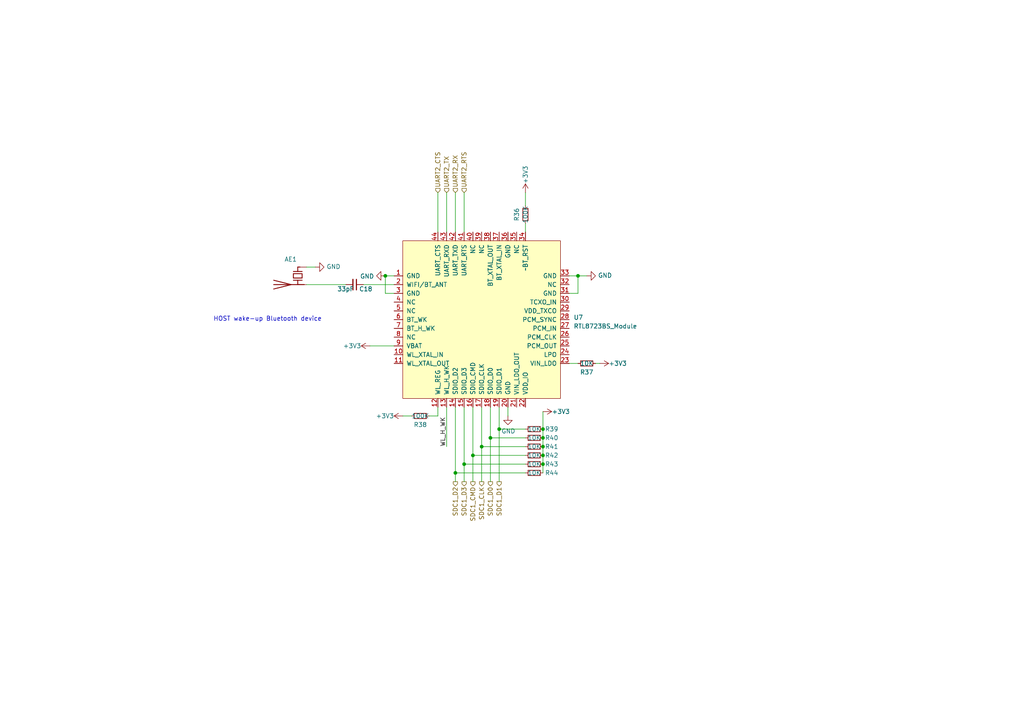
<source format=kicad_sch>
(kicad_sch (version 20210606) (generator eeschema)
  (paper "A4")
  (lib_symbols
    (symbol "Device:Antenna_Chip" (pin_numbers hide) (pin_names (offset 1.016) hide)
      (property "Reference" "AE" (at 0 5.08 0))
      (property "Value" "Antenna_Chip" (at 0 3.175 0))
      (symbol "Antenna_Chip_0_1"
        (polyline (pts (xy -2.54 0) (xy -2.54 -0.635)) (stroke (width 0.254)))
        (polyline (pts (xy -2.54 0) (xy -1.27 0)) (stroke (width 0.254)))
        (polyline (pts (xy 1.27 0) (xy 2.54 0)) (stroke (width 0.254)))
        (polyline (pts (xy 1.27 1.27) (xy 1.27 -1.27)) (stroke (width 0.254)))
        (polyline (pts (xy 2.54 -0.635) (xy 2.54 0)))
        (polyline (pts (xy 2.54 6.985) (xy 2.54 -1.905)) (stroke (width 0.254)))
        (polyline (pts (xy -1.27 1.27) (xy -1.27 -1.27) (xy -1.27 0)) (stroke (width 0.254)))
        (polyline (pts (xy 3.81 6.985) (xy 2.54 1.905) (xy 1.27 6.985)) (stroke (width 0.254)))
        (polyline (pts (xy -0.635 1.27) (xy 0.635 1.27) (xy 0.635 -1.27) (xy -0.635 -1.27) (xy -0.635 1.27)) (stroke (width 0.254)))
      )
      (symbol "Antenna_Chip_1_1"
        (pin input line (at -2.54 -2.54 90) (length 2.54) (name "FEED") (number "1"))
        (pin passive line (at 2.54 -2.54 90) (length 2.54) (name "PCB_Trace") (number "2"))
      )
    )
    (symbol "Device:C_Small" (pin_numbers hide) (pin_names (offset 0.254) hide)
      (property "Reference" "C" (at 0.254 1.778 0))
      (property "Value" "C_Small" (at 0.254 -2.032 0))
      (symbol "C_Small_0_1"
        (polyline (pts (xy -1.524 -0.508) (xy 1.524 -0.508)) (stroke (width 0.3302)))
        (polyline (pts (xy -1.524 0.508) (xy 1.524 0.508)) (stroke (width 0.3048)))
      )
      (symbol "C_Small_1_1"
        (pin passive line (at 0 2.54 270) (length 2.032) (name "~") (number "1"))
        (pin passive line (at 0 -2.54 90) (length 2.032) (name "~") (number "2"))
      )
    )
    (symbol "Device:R_Small" (pin_numbers hide) (pin_names (offset 0.254) hide)
      (property "Reference" "R" (at 0.762 0.508 0))
      (property "Value" "R_Small" (at 0.762 -1.016 0))
      (symbol "R_Small_0_1"
        (rectangle (start -0.762 1.778) (end 0.762 -1.778) (stroke (width 0.2032)))
      )
      (symbol "R_Small_1_1"
        (pin passive line (at 0 2.54 270) (length 0.762) (name "~") (number "1"))
        (pin passive line (at 0 -2.54 90) (length 0.762) (name "~") (number "2"))
      )
    )
    (symbol "power:+3V3" (power) (pin_names (offset 0))
      (property "Value" "+3V3" (at 0 3.556 0))
      (symbol "+3V3_0_1"
        (polyline (pts (xy -0.762 1.27) (xy 0 2.54)))
        (polyline (pts (xy 0 0) (xy 0 2.54)))
        (polyline (pts (xy 0 2.54) (xy 0.762 1.27)))
      )
      (symbol "+3V3_1_1"
        (pin power_in line (at 0 0 90) (length 0) hide (name "+3V3") (number "1"))
      )
    )
    (symbol "power:GND" (power) (pin_names (offset 0))
      (property "Value" "GND" (at 0 -3.81 0))
      (symbol "GND_0_1"
        (polyline (pts (xy 0 0) (xy 0 -1.27) (xy 1.27 -1.27) (xy 0 -2.54) (xy -1.27 -1.27) (xy 0 -1.27)))
      )
      (symbol "GND_1_1"
        (pin power_in line (at 0 0 270) (length 0) hide (name "GND") (number "1"))
      )
    )
    (symbol "weather_station-rescue:RTL8723BS_Module-My_Symbol" (pin_names (offset 1.016))
      (property "Reference" "U" (at 0 2.54 0))
      (property "Value" "RTL8723BS_Module-My_Symbol" (at 0 -1.27 0))
      (symbol "RTL8723BS_Module-My_Symbol_0_1"
        (rectangle (start -22.86 22.86) (end 22.86 -22.86) (fill (type background)))
      )
      (symbol "RTL8723BS_Module-My_Symbol_1_1"
        (pin input line (at -25.4 12.7 0) (length 2.54) (name "GND") (number "1"))
        (pin input line (at -25.4 -10.16 0) (length 2.54) (name "WL_XTAL_IN") (number "10"))
        (pin input line (at -25.4 -12.7 0) (length 2.54) (name "WL_XTAL_OUT") (number "11"))
        (pin input line (at -12.7 -25.4 90) (length 2.54) (name "WL_REG") (number "12"))
        (pin input line (at -10.16 -25.4 90) (length 2.54) (name "WL_H_WK") (number "13"))
        (pin input line (at -7.62 -25.4 90) (length 2.54) (name "SDIO_D2") (number "14"))
        (pin input line (at -5.08 -25.4 90) (length 2.54) (name "SDIO_D3") (number "15"))
        (pin input line (at -2.54 -25.4 90) (length 2.54) (name "SDIO_CMD") (number "16"))
        (pin input line (at 0 -25.4 90) (length 2.54) (name "SDIO_CLK") (number "17"))
        (pin input line (at 2.54 -25.4 90) (length 2.54) (name "SDIO_D0") (number "18"))
        (pin input line (at 5.08 -25.4 90) (length 2.54) (name "SDIO_D1") (number "19"))
        (pin input line (at -25.4 10.16 0) (length 2.54) (name "WIFI/BT_ANT") (number "2"))
        (pin input line (at 7.62 -25.4 90) (length 2.54) (name "GND") (number "20"))
        (pin input line (at 10.16 -25.4 90) (length 2.54) (name "VIN_LDO_OUT") (number "21"))
        (pin input line (at 12.7 -25.4 90) (length 2.54) (name "VDD_IO") (number "22"))
        (pin input line (at 25.4 -12.7 180) (length 2.54) (name "VIN_LDO") (number "23"))
        (pin input line (at 25.4 -10.16 180) (length 2.54) (name "LPO") (number "24"))
        (pin input line (at 25.4 -7.62 180) (length 2.54) (name "PCM_OUT") (number "25"))
        (pin input line (at 25.4 -5.08 180) (length 2.54) (name "PCM_CLK") (number "26"))
        (pin input line (at 25.4 -2.54 180) (length 2.54) (name "PCM_IN") (number "27"))
        (pin input line (at 25.4 0 180) (length 2.54) (name "PCM_SYNC") (number "28"))
        (pin input line (at 25.4 2.54 180) (length 2.54) (name "VDD_TXCO") (number "29"))
        (pin input line (at -25.4 7.62 0) (length 2.54) (name "GND") (number "3"))
        (pin input line (at 25.4 5.08 180) (length 2.54) (name "TCXO_IN") (number "30"))
        (pin input line (at 25.4 7.62 180) (length 2.54) (name "GND") (number "31"))
        (pin input line (at 25.4 10.16 180) (length 2.54) (name "NC") (number "32"))
        (pin input line (at 25.4 12.7 180) (length 2.54) (name "GND") (number "33"))
        (pin input line (at 12.7 25.4 270) (length 2.54) (name "~BT_RST") (number "34"))
        (pin input line (at 10.16 25.4 270) (length 2.54) (name "NC") (number "35"))
        (pin input line (at 7.62 25.4 270) (length 2.54) (name "GND") (number "36"))
        (pin input line (at 5.08 25.4 270) (length 2.54) (name "BT_XTAL_IN") (number "37"))
        (pin input line (at 2.54 25.4 270) (length 2.54) (name "BT_XTAL_OUT") (number "38"))
        (pin input line (at 0 25.4 270) (length 2.54) (name "NC") (number "39"))
        (pin input line (at -25.4 5.08 0) (length 2.54) (name "NC") (number "4"))
        (pin input line (at -2.54 25.4 270) (length 2.54) (name "NC") (number "40"))
        (pin input line (at -5.08 25.4 270) (length 2.54) (name "UART_RTS") (number "41"))
        (pin input line (at -7.62 25.4 270) (length 2.54) (name "UART_TXD") (number "42"))
        (pin input line (at -10.16 25.4 270) (length 2.54) (name "UART_RXD") (number "43"))
        (pin input line (at -12.7 25.4 270) (length 2.54) (name "UART_CTS") (number "44"))
        (pin input line (at -25.4 2.54 0) (length 2.54) (name "NC") (number "5"))
        (pin input line (at -25.4 0 0) (length 2.54) (name "BT_WK") (number "6"))
        (pin input line (at -25.4 -2.54 0) (length 2.54) (name "BT_H_WK") (number "7"))
        (pin input line (at -25.4 -5.08 0) (length 2.54) (name "NC") (number "8"))
        (pin input line (at -25.4 -7.62 0) (length 2.54) (name "VBAT") (number "9"))
      )
    )
  )
  (junction (at 111.76 80.01) (diameter 0.9144))
  (junction (at 132.08 137.16) (diameter 0.9144))
  (junction (at 134.62 134.62) (diameter 0.9144))
  (junction (at 137.16 132.08) (diameter 0.9144))
  (junction (at 139.7 129.54) (diameter 0.9144))
  (junction (at 142.24 127) (diameter 0.9144))
  (junction (at 144.78 124.46) (diameter 0.9144))
  (junction (at 157.48 124.46) (diameter 0.9144))
  (junction (at 157.48 127) (diameter 0.9144))
  (junction (at 157.48 129.54) (diameter 0.9144))
  (junction (at 157.48 132.08) (diameter 0.9144))
  (junction (at 157.48 134.62) (diameter 0.9144))
  (junction (at 167.64 80.01) (diameter 0.9144))
  (wire (pts (xy 88.9 77.47) (xy 91.44 77.47)))
  (wire (pts (xy 88.9 82.55) (xy 100.33 82.55)))
  (wire (pts (xy 107.315 100.33) (xy 114.3 100.33)))
  (wire (pts (xy 111.76 80.01) (xy 111.76 85.09)))
  (wire (pts (xy 111.76 85.09) (xy 114.3 85.09)))
  (wire (pts (xy 114.3 80.01) (xy 111.76 80.01)))
  (wire (pts (xy 114.3 82.55) (xy 105.41 82.55)))
  (wire (pts (xy 116.84 120.65) (xy 119.38 120.65)))
  (wire (pts (xy 124.46 120.65) (xy 127 120.65)))
  (wire (pts (xy 127 55.88) (xy 127 67.31)))
  (wire (pts (xy 127 120.65) (xy 127 118.11)))
  (wire (pts (xy 129.54 55.88) (xy 129.54 67.31)))
  (wire (pts (xy 129.54 129.54) (xy 129.54 118.11)))
  (wire (pts (xy 132.08 55.88) (xy 132.08 67.31)))
  (wire (pts (xy 132.08 137.16) (xy 132.08 118.11)))
  (wire (pts (xy 132.08 137.16) (xy 152.4 137.16)))
  (wire (pts (xy 132.08 139.7) (xy 132.08 137.16)))
  (wire (pts (xy 134.62 55.88) (xy 134.62 67.31)))
  (wire (pts (xy 134.62 134.62) (xy 134.62 118.11)))
  (wire (pts (xy 134.62 134.62) (xy 152.4 134.62)))
  (wire (pts (xy 134.62 139.7) (xy 134.62 134.62)))
  (wire (pts (xy 137.16 132.08) (xy 137.16 118.11)))
  (wire (pts (xy 137.16 132.08) (xy 152.4 132.08)))
  (wire (pts (xy 137.16 139.7) (xy 137.16 132.08)))
  (wire (pts (xy 139.7 129.54) (xy 139.7 118.11)))
  (wire (pts (xy 139.7 129.54) (xy 152.4 129.54)))
  (wire (pts (xy 139.7 139.7) (xy 139.7 129.54)))
  (wire (pts (xy 142.24 127) (xy 142.24 118.11)))
  (wire (pts (xy 142.24 127) (xy 152.4 127)))
  (wire (pts (xy 142.24 139.7) (xy 142.24 127)))
  (wire (pts (xy 144.78 124.46) (xy 144.78 118.11)))
  (wire (pts (xy 144.78 124.46) (xy 152.4 124.46)))
  (wire (pts (xy 144.78 139.7) (xy 144.78 124.46)))
  (wire (pts (xy 147.32 120.65) (xy 147.32 118.11)))
  (wire (pts (xy 152.4 55.88) (xy 152.4 59.69)))
  (wire (pts (xy 152.4 64.77) (xy 152.4 67.31)))
  (wire (pts (xy 157.48 119.38) (xy 157.48 124.46)))
  (wire (pts (xy 157.48 124.46) (xy 157.48 127)))
  (wire (pts (xy 157.48 127) (xy 157.48 129.54)))
  (wire (pts (xy 157.48 129.54) (xy 157.48 132.08)))
  (wire (pts (xy 157.48 132.08) (xy 157.48 134.62)))
  (wire (pts (xy 157.48 134.62) (xy 157.48 137.16)))
  (wire (pts (xy 167.64 80.01) (xy 165.1 80.01)))
  (wire (pts (xy 167.64 80.01) (xy 167.64 85.09)))
  (wire (pts (xy 167.64 85.09) (xy 165.1 85.09)))
  (wire (pts (xy 167.64 105.41) (xy 165.1 105.41)))
  (wire (pts (xy 170.18 80.01) (xy 167.64 80.01)))
  (wire (pts (xy 173.99 105.41) (xy 172.72 105.41)))
  (text "HOST wake-up Bluetooth device" (at 93.345 93.345 180) (effects (font (size 1.27 1.27)) (justify right bottom)))
  (label "WL_H_WK" (at 129.54 129.54 90))
  (hierarchical_label "UART2_CTS" (shape input) (at 127 55.88 90))
  (hierarchical_label "UART2_TX" (shape input) (at 129.54 55.88 90))
  (hierarchical_label "UART2_RX" (shape input) (at 132.08 55.88 90))
  (hierarchical_label "SDC1_D2" (shape output) (at 132.08 139.7 270))
  (hierarchical_label "UART2_RTS" (shape input) (at 134.62 55.88 90))
  (hierarchical_label "SDC1_D3" (shape output) (at 134.62 139.7 270))
  (hierarchical_label "SDC1_CMD" (shape output) (at 137.16 139.7 270))
  (hierarchical_label "SDC1_CLK" (shape output) (at 139.7 139.7 270))
  (hierarchical_label "SDC1_D0" (shape output) (at 142.24 139.7 270))
  (hierarchical_label "SDC1_D1" (shape output) (at 144.78 139.7 270))
  (symbol (lib_id "power:+3V3") (at 107.315 100.33 90) (unit 1)
    (property "Reference" "#PWR072" (effects hide))
    (property "Value" "+3V3" (at 104.775 100.3301 90) (effects (justify left)))
  )
  (symbol (lib_id "power:+3V3") (at 116.84 120.65 90) (unit 1)
    (property "Reference" "#PWR075" (effects hide))
    (property "Value" "+3V3" (at 114.3 120.6501 90) (effects (justify left)))
  )
  (symbol (lib_id "power:+3V3") (at 152.4 55.88 0) (unit 1)
    (property "Reference" "#PWR068" (effects hide))
    (property "Value" "+3V3" (at 152.3999 53.34 90) (effects (justify left)))
  )
  (symbol (lib_id "power:+3V3") (at 157.48 119.38 270) (unit 1)
    (property "Reference" "#PWR074" (effects hide))
    (property "Value" "+3V3" (at 160.02 119.3799 90) (effects (justify left)))
  )
  (symbol (lib_id "power:+3V3") (at 173.99 105.41 270) (unit 1)
    (property "Reference" "#PWR073" (effects hide))
    (property "Value" "+3V3" (at 176.53 105.4099 90) (effects (justify left)))
  )
  (symbol (lib_id "power:GND") (at 91.44 77.47 90) (unit 1)
    (property "Reference" "#PWR069" (effects hide))
    (property "Value" "GND" (at 94.6912 77.343 90) (effects (justify right)))
  )
  (symbol (lib_id "power:GND") (at 111.76 80.01 270) (unit 1)
    (property "Reference" "#PWR0137" (effects hide))
    (property "Value" "GND" (at 108.5088 80.137 90) (effects (justify right)))
  )
  (symbol (lib_id "power:GND") (at 147.32 120.65 0) (unit 1)
    (property "Reference" "#PWR076" (effects hide))
    (property "Value" "GND" (at 147.447 125.0442 0))
  )
  (symbol (lib_id "power:GND") (at 170.18 80.01 90) (unit 1)
    (property "Reference" "#PWR070" (effects hide))
    (property "Value" "GND" (at 173.4312 79.883 90) (effects (justify right)))
  )
  (symbol (lib_id "Device:R_Small") (at 121.92 120.65 270) (unit 1)
    (property "Reference" "R38" (at 121.92 123.19 90))
    (property "Value" "100K" (at 121.92 120.65 90))
    (property "Footprint" "Resistor_SMD:R_0603_1608Metric" (effects hide))
    (property "Datasheet" "~{}" (effects hide))
  )
  (symbol (lib_id "Device:R_Small") (at 152.4 62.23 180) (unit 1)
    (property "Reference" "R36" (at 149.86 62.23 90))
    (property "Value" "100K" (at 152.4 62.23 90))
    (property "Footprint" "Resistor_SMD:R_0603_1608Metric" (effects hide))
    (property "Datasheet" "~{}" (effects hide))
  )
  (symbol (lib_id "Device:R_Small") (at 154.94 124.46 270) (unit 1)
    (property "Reference" "R39" (at 160.02 124.46 90))
    (property "Value" "10K" (at 154.94 124.46 90))
    (property "Footprint" "Resistor_SMD:R_0603_1608Metric" (effects hide))
    (property "Datasheet" "~{}" (effects hide))
  )
  (symbol (lib_id "Device:R_Small") (at 154.94 127 270) (unit 1)
    (property "Reference" "R40" (at 160.02 127 90))
    (property "Value" "10K" (at 154.94 127 90))
    (property "Footprint" "Resistor_SMD:R_0603_1608Metric" (effects hide))
    (property "Datasheet" "~{}" (effects hide))
  )
  (symbol (lib_id "Device:R_Small") (at 154.94 129.54 270) (unit 1)
    (property "Reference" "R41" (at 160.02 129.54 90))
    (property "Value" "10K" (at 154.94 129.54 90))
    (property "Footprint" "Resistor_SMD:R_0603_1608Metric" (effects hide))
    (property "Datasheet" "~{}" (effects hide))
  )
  (symbol (lib_id "Device:R_Small") (at 154.94 132.08 270) (unit 1)
    (property "Reference" "R42" (at 160.02 132.08 90))
    (property "Value" "10K" (at 154.94 132.08 90))
    (property "Footprint" "Resistor_SMD:R_0603_1608Metric" (effects hide))
    (property "Datasheet" "~{}" (effects hide))
  )
  (symbol (lib_id "Device:R_Small") (at 154.94 134.62 270) (unit 1)
    (property "Reference" "R43" (at 160.02 134.62 90))
    (property "Value" "10K" (at 154.94 134.62 90))
    (property "Footprint" "Resistor_SMD:R_0603_1608Metric" (effects hide))
    (property "Datasheet" "~{}" (effects hide))
  )
  (symbol (lib_id "Device:R_Small") (at 154.94 137.16 270) (unit 1)
    (property "Reference" "R44" (at 160.02 137.16 90))
    (property "Value" "10K" (at 154.94 137.16 90))
    (property "Footprint" "Resistor_SMD:R_0603_1608Metric" (effects hide))
    (property "Datasheet" "~{}" (effects hide))
  )
  (symbol (lib_id "Device:R_Small") (at 170.18 105.41 270) (unit 1)
    (property "Reference" "R37" (at 170.18 107.95 90))
    (property "Value" "10K" (at 170.18 105.41 90))
    (property "Footprint" "Resistor_SMD:R_0603_1608Metric" (effects hide))
    (property "Datasheet" "~{}" (effects hide))
  )
  (symbol (lib_id "Device:C_Small") (at 102.87 82.55 270) (unit 1)
    (property "Reference" "C18" (at 104.14 83.82 90) (effects (justify left)))
    (property "Value" "33pF" (at 97.79 83.82 90) (effects (justify left)))
    (property "Footprint" "Capacitor_SMD:C_0603_1608Metric" (effects hide))
  )
  (symbol (lib_id "Device:Antenna_Chip") (at 86.36 80.01 90) (mirror x) (unit 1)
    (property "Reference" "AE1" (at 84.3026 75.2094 90))
    (property "Value" "Antenna_Chip" (effects hide))
    (property "Footprint" "RF_Antenna:Texas_SWRA117D_2.4GHz_Left" (effects hide))
    (property "Datasheet" "~{}" (effects hide))
  )
  (symbol (lib_id "weather_station-rescue:RTL8723BS_Module-My_Symbol") (at 139.7 92.71 0) (unit 1)
    (property "Reference" "U7" (at 166.37 92.0749 0) (effects (justify left)))
    (property "Value" "RTL8723BS_Module" (at 166.37 94.6149 0) (effects (justify left)))
    (property "Footprint" "MyLib:RTL8723BS_Module" (effects hide))
  )
)
</source>
